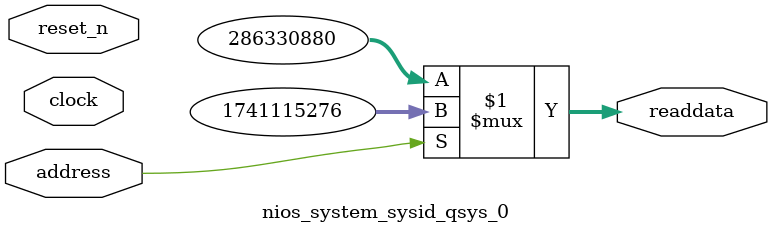
<source format=v>



// synthesis translate_off
`timescale 1ns / 1ps
// synthesis translate_on

// turn off superfluous verilog processor warnings 
// altera message_level Level1 
// altera message_off 10034 10035 10036 10037 10230 10240 10030 

module nios_system_sysid_qsys_0 (
               // inputs:
                address,
                clock,
                reset_n,

               // outputs:
                readdata
             )
;

  output  [ 31: 0] readdata;
  input            address;
  input            clock;
  input            reset_n;

  wire    [ 31: 0] readdata;
  //control_slave, which is an e_avalon_slave
  assign readdata = address ? 1741115276 : 286330880;

endmodule



</source>
